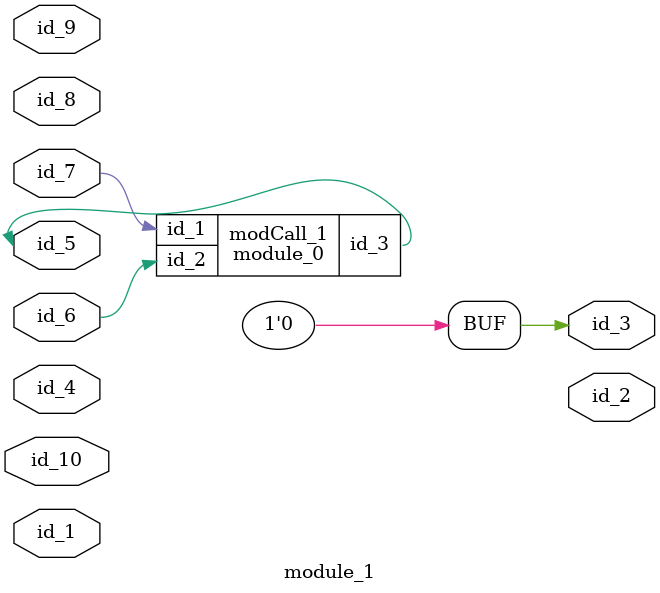
<source format=v>
module module_0 (
    id_1,
    id_2,
    id_3
);
  output wire id_3;
  input wire id_2;
  input wire id_1;
  wire id_4 = id_2;
endmodule
module module_1 (
    id_1,
    id_2,
    id_3,
    id_4,
    id_5,
    id_6,
    id_7,
    id_8,
    id_9,
    id_10
);
  input wire id_10;
  inout wire id_9;
  input wire id_8;
  inout wire id_7;
  input wire id_6;
  inout wire id_5;
  input wire id_4;
  output wire id_3;
  output wire id_2;
  input wire id_1;
  assign id_3 = 1'h0;
  module_0 modCall_1 (
      id_7,
      id_6,
      id_5
  );
endmodule

</source>
